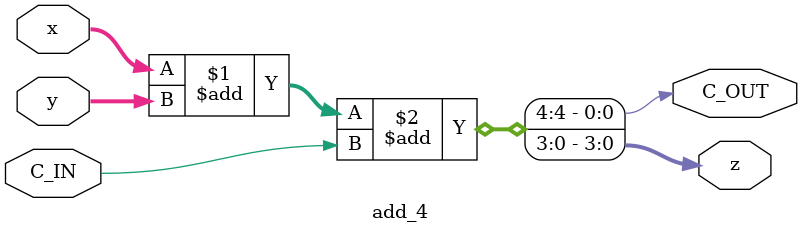
<source format=v>
module add_4 (C_OUT,z,x,y,C_IN);

input C_IN;
input [3:0] x, y;
output C_OUT;
output [3:0] z;

assign {C_OUT,z} = x + y + C_IN;

endmodule
</source>
